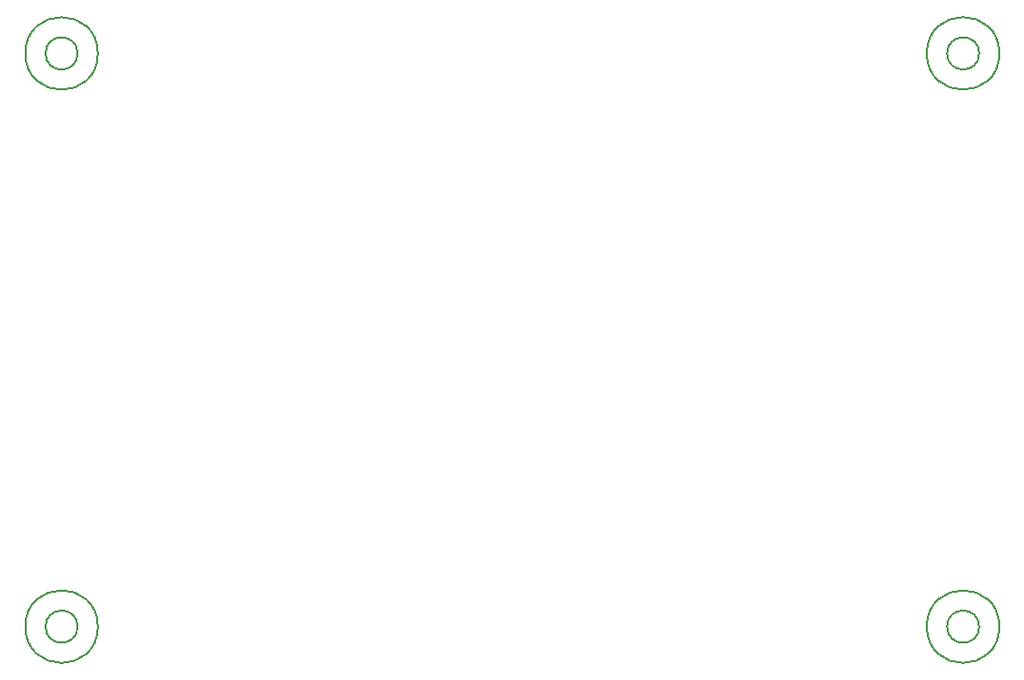
<source format=gbr>
G04 #@! TF.GenerationSoftware,KiCad,Pcbnew,7.0.9*
G04 #@! TF.CreationDate,2024-09-19T22:53:54+02:00*
G04 #@! TF.ProjectId,hpdl_1414_pmod,6870646c-5f31-4343-9134-5f706d6f642e,rev?*
G04 #@! TF.SameCoordinates,Original*
G04 #@! TF.FileFunction,AssemblyDrawing,Bot*
%FSLAX46Y46*%
G04 Gerber Fmt 4.6, Leading zero omitted, Abs format (unit mm)*
G04 Created by KiCad (PCBNEW 7.0.9) date 2024-09-19 22:53:54*
%MOMM*%
%LPD*%
G01*
G04 APERTURE LIST*
%ADD10C,0.150000*%
G04 APERTURE END LIST*
D10*
X104875000Y-96500000D02*
G75*
G03*
X104875000Y-96500000I-1375000J0D01*
G01*
X106600000Y-96500000D02*
G75*
G03*
X106600000Y-96500000I-3100000J0D01*
G01*
X104875000Y-47540000D02*
G75*
G03*
X104875000Y-47540000I-1375000J0D01*
G01*
X106600000Y-47540000D02*
G75*
G03*
X106600000Y-47540000I-3100000J0D01*
G01*
X181875000Y-47540000D02*
G75*
G03*
X181875000Y-47540000I-1375000J0D01*
G01*
X183600000Y-47540000D02*
G75*
G03*
X183600000Y-47540000I-3100000J0D01*
G01*
X181875000Y-96500000D02*
G75*
G03*
X181875000Y-96500000I-1375000J0D01*
G01*
X183600000Y-96500000D02*
G75*
G03*
X183600000Y-96500000I-3100000J0D01*
G01*
M02*

</source>
